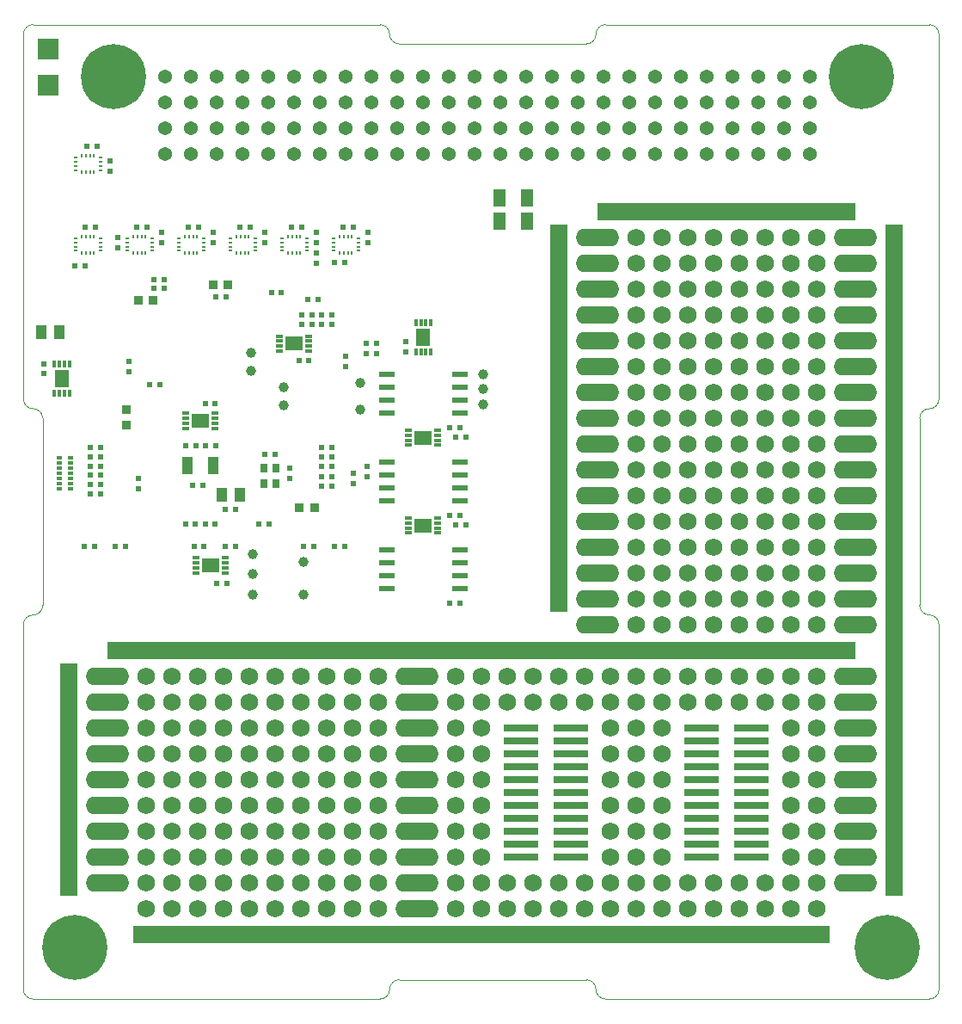
<source format=gbr>
G04 #@! TF.GenerationSoftware,KiCad,Pcbnew,(5.1.6)-1*
G04 #@! TF.CreationDate,2020-08-06T12:50:43+02:00*
G04 #@! TF.ProjectId,board_sierra,626f6172-645f-4736-9965-7272612e6b69,rev?*
G04 #@! TF.SameCoordinates,Original*
G04 #@! TF.FileFunction,Soldermask,Bot*
G04 #@! TF.FilePolarity,Negative*
%FSLAX46Y46*%
G04 Gerber Fmt 4.6, Leading zero omitted, Abs format (unit mm)*
G04 Created by KiCad (PCBNEW (5.1.6)-1) date 2020-08-06 12:50:43*
%MOMM*%
%LPD*%
G01*
G04 APERTURE LIST*
G04 #@! TA.AperFunction,Profile*
%ADD10C,0.100000*%
G04 #@! TD*
%ADD11R,3.500000X0.650000*%
%ADD12R,2.540000X1.750000*%
%ADD13R,1.750000X2.540000*%
%ADD14C,1.500000*%
%ADD15O,4.290000X1.750000*%
%ADD16C,1.750000*%
%ADD17R,1.600000X0.600000*%
%ADD18R,1.450000X1.750000*%
%ADD19R,0.300000X0.750000*%
%ADD20R,1.750000X1.450000*%
%ADD21R,0.750000X0.300000*%
%ADD22R,1.100000X1.400000*%
%ADD23R,0.950000X0.950000*%
%ADD24R,1.250000X1.750000*%
%ADD25C,6.400000*%
%ADD26C,0.800000*%
%ADD27C,1.000000*%
%ADD28R,2.000000X2.000000*%
%ADD29R,0.500000X0.600000*%
%ADD30R,0.600000X0.500000*%
%ADD31R,0.463000X0.225000*%
%ADD32R,0.225000X0.463000*%
%ADD33C,1.365000*%
%ADD34R,0.500000X0.300000*%
%ADD35R,0.800000X0.900000*%
%ADD36R,1.000000X1.800000*%
G04 APERTURE END LIST*
D10*
X137985500Y-43180000D02*
G75*
G03*
X138938000Y-42227500I0J952500D01*
G01*
X119570500Y-43180000D02*
X137985500Y-43180000D01*
X139890500Y-41275000D02*
X171767500Y-41275000D01*
X118618000Y-42227500D02*
G75*
G03*
X117665500Y-41275000I-952500J0D01*
G01*
X118618000Y-42227500D02*
G75*
G03*
X119570500Y-43180000I952500J0D01*
G01*
X83502500Y-41275000D02*
X117665500Y-41275000D01*
X139890500Y-41275000D02*
G75*
G03*
X138938000Y-42227500I0J-952500D01*
G01*
X139890500Y-137160000D02*
X171767500Y-137160000D01*
X119570500Y-135255000D02*
X137985500Y-135255000D01*
X83502500Y-137160000D02*
X117665500Y-137160000D01*
X139890500Y-137160000D02*
G75*
G02*
X138938000Y-136207500I0J952500D01*
G01*
X137985500Y-135255000D02*
G75*
G02*
X138938000Y-136207500I0J-952500D01*
G01*
X118618000Y-136207500D02*
G75*
G02*
X119570500Y-135255000I952500J0D01*
G01*
X118618000Y-136207500D02*
G75*
G02*
X117665500Y-137160000I-952500J0D01*
G01*
X171767500Y-79070200D02*
G75*
G03*
X170815000Y-80022700I0J-952500D01*
G01*
X172720000Y-42227500D02*
X172720000Y-78117700D01*
X170815000Y-80022700D02*
X170815000Y-98412300D01*
X172720000Y-100317300D02*
X172720000Y-136207500D01*
X170815000Y-98412300D02*
G75*
G03*
X171767500Y-99364800I952500J0D01*
G01*
X172720000Y-100317300D02*
G75*
G03*
X171767500Y-99364800I-952500J0D01*
G01*
X171767500Y-79070200D02*
G75*
G03*
X172720000Y-78117700I0J952500D01*
G01*
X172720000Y-136207500D02*
G75*
G02*
X171767500Y-137160000I-952500J0D01*
G01*
X171767500Y-41275000D02*
G75*
G02*
X172720000Y-42227500I0J-952500D01*
G01*
X82550000Y-100317300D02*
X82550000Y-136207500D01*
X82550000Y-42227500D02*
X82550000Y-78117700D01*
X82550000Y-42227500D02*
G75*
G02*
X83502500Y-41275000I952500J0D01*
G01*
X84455000Y-80022700D02*
X84455000Y-98412300D01*
X83502500Y-79070200D02*
G75*
G02*
X82550000Y-78117700I0J952500D01*
G01*
X83502500Y-79070200D02*
G75*
G02*
X84455000Y-80022700I0J-952500D01*
G01*
X84455000Y-98412300D02*
G75*
G02*
X83502500Y-99364800I-952500J0D01*
G01*
X82550000Y-100317300D02*
G75*
G02*
X83502500Y-99364800I952500J0D01*
G01*
X83502500Y-137160000D02*
G75*
G02*
X82550000Y-136207500I0J952500D01*
G01*
D11*
X136460000Y-118110000D03*
X136460000Y-116840000D03*
X131510000Y-114300000D03*
X131510000Y-119380000D03*
X136460000Y-121920000D03*
X136460000Y-123190000D03*
X136460000Y-114300000D03*
X136460000Y-119380000D03*
X131510000Y-118110000D03*
X136460000Y-120650000D03*
X131510000Y-123190000D03*
X136460000Y-115570000D03*
X131510000Y-116840000D03*
X136460000Y-110490000D03*
X131510000Y-121920000D03*
X131510000Y-113030000D03*
X136460000Y-111760000D03*
X131510000Y-120650000D03*
X131510000Y-115570000D03*
X136460000Y-113030000D03*
X131510000Y-111760000D03*
X131510000Y-110490000D03*
X149290000Y-119380000D03*
X154240000Y-123190000D03*
X149290000Y-114300000D03*
X154240000Y-118110000D03*
X154240000Y-121920000D03*
X154240000Y-116840000D03*
X154240000Y-119380000D03*
X154240000Y-114300000D03*
X154240000Y-120650000D03*
X149290000Y-123190000D03*
X154240000Y-115570000D03*
X149290000Y-116840000D03*
X154240000Y-110490000D03*
X149290000Y-113030000D03*
X149290000Y-115570000D03*
X154240000Y-113030000D03*
X149290000Y-111760000D03*
X149290000Y-121920000D03*
X154240000Y-111760000D03*
X149290000Y-110490000D03*
X149290000Y-120650000D03*
X149290000Y-118110000D03*
D12*
X163195000Y-59690000D03*
X140335000Y-59690000D03*
X158115000Y-59690000D03*
X160655000Y-59690000D03*
X145415000Y-59690000D03*
X147955000Y-59690000D03*
X150495000Y-59690000D03*
X153035000Y-59690000D03*
X155575000Y-59690000D03*
X142875000Y-59690000D03*
D13*
X168275000Y-64770000D03*
X135255000Y-64770000D03*
D14*
X140335000Y-64770000D03*
X137795000Y-64770000D03*
D15*
X139065000Y-64770000D03*
D16*
X150495000Y-64770000D03*
X142875000Y-64770000D03*
D14*
X163195000Y-64770000D03*
D16*
X155575000Y-64770000D03*
X160655000Y-64770000D03*
X147955000Y-64770000D03*
D14*
X165735000Y-64770000D03*
D16*
X153035000Y-64770000D03*
X145415000Y-64770000D03*
D15*
X164465000Y-64770000D03*
D16*
X158115000Y-64770000D03*
X137795000Y-128270000D03*
X137795000Y-107950000D03*
X137795000Y-105410000D03*
X137795000Y-125730000D03*
D14*
X120015000Y-125730000D03*
D15*
X121285000Y-125730000D03*
D14*
X122555000Y-125730000D03*
D16*
X150495000Y-128270000D03*
X145415000Y-128270000D03*
X160655000Y-128270000D03*
X94615000Y-128270000D03*
X155575000Y-128270000D03*
X147955000Y-128270000D03*
X158115000Y-128270000D03*
X135255000Y-128270000D03*
X140335000Y-128270000D03*
X142875000Y-128270000D03*
X153035000Y-128270000D03*
X132715000Y-128270000D03*
X107315000Y-128270000D03*
X104775000Y-128270000D03*
X112395000Y-128270000D03*
X127635000Y-128270000D03*
X97155000Y-128270000D03*
X130175000Y-128270000D03*
X117475000Y-128270000D03*
X102235000Y-128270000D03*
X109855000Y-128270000D03*
X99695000Y-128270000D03*
X125095000Y-128270000D03*
X114935000Y-128270000D03*
D12*
X92075000Y-102870000D03*
X163195000Y-102870000D03*
X158115000Y-102870000D03*
X160655000Y-102870000D03*
X142875000Y-102870000D03*
X155575000Y-102870000D03*
X135255000Y-102870000D03*
X132715000Y-102870000D03*
X137795000Y-102870000D03*
X145415000Y-102870000D03*
X150495000Y-102870000D03*
X153035000Y-102870000D03*
X147955000Y-102870000D03*
X140335000Y-102870000D03*
D14*
X122555000Y-118110000D03*
D15*
X121285000Y-118110000D03*
D14*
X120015000Y-118110000D03*
D15*
X121285000Y-107950000D03*
D14*
X122555000Y-107950000D03*
X122555000Y-105410000D03*
X120015000Y-107950000D03*
X122555000Y-115570000D03*
X122555000Y-113030000D03*
X120015000Y-120650000D03*
D15*
X121285000Y-123190000D03*
D14*
X122555000Y-120650000D03*
X120015000Y-113030000D03*
X120015000Y-123190000D03*
D15*
X121285000Y-115570000D03*
D14*
X120015000Y-115570000D03*
D15*
X121285000Y-105410000D03*
D14*
X120015000Y-110490000D03*
D15*
X121285000Y-120650000D03*
X121285000Y-113030000D03*
D14*
X122555000Y-110490000D03*
D15*
X121285000Y-110490000D03*
D14*
X120015000Y-105410000D03*
X122555000Y-123190000D03*
D15*
X121285000Y-128270000D03*
D14*
X120015000Y-128270000D03*
X122555000Y-128270000D03*
D13*
X86995000Y-107950000D03*
D15*
X90805000Y-107950000D03*
X90805000Y-105410000D03*
D14*
X92075000Y-105410000D03*
X89535000Y-105410000D03*
X89535000Y-107950000D03*
X92075000Y-107950000D03*
D16*
X117475000Y-107950000D03*
X132715000Y-105410000D03*
X135255000Y-107950000D03*
X125095000Y-105410000D03*
X117475000Y-105410000D03*
X125095000Y-107950000D03*
X132715000Y-107950000D03*
X135255000Y-105410000D03*
X102235000Y-105410000D03*
X97155000Y-107950000D03*
X104775000Y-107950000D03*
X102235000Y-107950000D03*
X130175000Y-107950000D03*
X127635000Y-107950000D03*
X104775000Y-105410000D03*
X94615000Y-105410000D03*
X94615000Y-107950000D03*
X97155000Y-105410000D03*
X127635000Y-105410000D03*
X99695000Y-107950000D03*
X130175000Y-105410000D03*
X99695000Y-105410000D03*
X114935000Y-105410000D03*
X112395000Y-107950000D03*
X107315000Y-107950000D03*
X114935000Y-107950000D03*
X109855000Y-107950000D03*
X112395000Y-105410000D03*
X109855000Y-105410000D03*
X107315000Y-105410000D03*
D13*
X86995000Y-105410000D03*
D14*
X140335000Y-95250000D03*
D15*
X139065000Y-95250000D03*
D14*
X137795000Y-95250000D03*
D15*
X139065000Y-97790000D03*
D14*
X140335000Y-97790000D03*
X137795000Y-97790000D03*
X137795000Y-100330000D03*
X140335000Y-100330000D03*
D15*
X139065000Y-100330000D03*
D14*
X137795000Y-87630000D03*
X140335000Y-87630000D03*
D15*
X139065000Y-85090000D03*
D14*
X140335000Y-85090000D03*
X137795000Y-85090000D03*
D15*
X139065000Y-90170000D03*
X139065000Y-87630000D03*
X139065000Y-92710000D03*
D14*
X137795000Y-92710000D03*
X140335000Y-90170000D03*
X140335000Y-92710000D03*
X137795000Y-90170000D03*
D13*
X135255000Y-97790000D03*
X135255000Y-95250000D03*
X135255000Y-72390000D03*
X135255000Y-90170000D03*
X135255000Y-82550000D03*
X135255000Y-69850000D03*
X135255000Y-77470000D03*
X135255000Y-74930000D03*
X135255000Y-62230000D03*
X135255000Y-67310000D03*
X135255000Y-87630000D03*
X135255000Y-85090000D03*
X135255000Y-92710000D03*
X135255000Y-80010000D03*
D14*
X140335000Y-74930000D03*
X137795000Y-74930000D03*
X137795000Y-82550000D03*
X140335000Y-82550000D03*
D15*
X139065000Y-80010000D03*
D14*
X140335000Y-77470000D03*
X137795000Y-77470000D03*
D15*
X139065000Y-77470000D03*
X139065000Y-82550000D03*
D14*
X140335000Y-80010000D03*
X137795000Y-80010000D03*
D15*
X139065000Y-74930000D03*
D14*
X137795000Y-69850000D03*
D15*
X139065000Y-67310000D03*
D14*
X140335000Y-72390000D03*
D15*
X139065000Y-69850000D03*
D14*
X137795000Y-67310000D03*
D15*
X139065000Y-72390000D03*
X139065000Y-62230000D03*
D14*
X140335000Y-69850000D03*
X137795000Y-72390000D03*
X140335000Y-62230000D03*
X140335000Y-67310000D03*
X137795000Y-62230000D03*
D12*
X158115000Y-130810000D03*
X160655000Y-130810000D03*
X94615000Y-130810000D03*
D13*
X86995000Y-123190000D03*
X86995000Y-118110000D03*
X86995000Y-115570000D03*
X86995000Y-125730000D03*
X86995000Y-110490000D03*
X86995000Y-120650000D03*
X86995000Y-113030000D03*
D15*
X90805000Y-123190000D03*
D14*
X89535000Y-125730000D03*
X92075000Y-123190000D03*
X89535000Y-123190000D03*
X92075000Y-125730000D03*
D15*
X90805000Y-125730000D03*
X90805000Y-113030000D03*
D14*
X89535000Y-120650000D03*
X89535000Y-113030000D03*
D15*
X90805000Y-120650000D03*
D14*
X89535000Y-115570000D03*
D15*
X90805000Y-118110000D03*
D14*
X89535000Y-118110000D03*
X92075000Y-113030000D03*
X92075000Y-115570000D03*
D15*
X90805000Y-115570000D03*
D14*
X92075000Y-120650000D03*
X92075000Y-118110000D03*
X89535000Y-110490000D03*
D15*
X90805000Y-110490000D03*
D14*
X92075000Y-110490000D03*
D15*
X164465000Y-125730000D03*
D14*
X163195000Y-123190000D03*
X163195000Y-125730000D03*
D15*
X164465000Y-123190000D03*
D14*
X165735000Y-125730000D03*
X165735000Y-123190000D03*
X163195000Y-120650000D03*
X163195000Y-115570000D03*
D15*
X164465000Y-118110000D03*
X164465000Y-120650000D03*
D14*
X163195000Y-118110000D03*
X165735000Y-115570000D03*
X163195000Y-113030000D03*
D15*
X164465000Y-115570000D03*
D14*
X165735000Y-120650000D03*
X165735000Y-118110000D03*
X165735000Y-113030000D03*
D15*
X164465000Y-113030000D03*
X164465000Y-107950000D03*
X164465000Y-110490000D03*
D14*
X165735000Y-105410000D03*
D15*
X164465000Y-105410000D03*
D14*
X165735000Y-107950000D03*
X163195000Y-110490000D03*
X163195000Y-107950000D03*
X165735000Y-110490000D03*
X163195000Y-105410000D03*
X165735000Y-95250000D03*
D15*
X164465000Y-97790000D03*
D14*
X163195000Y-92710000D03*
D15*
X164465000Y-95250000D03*
D14*
X165735000Y-97790000D03*
D15*
X164465000Y-92710000D03*
X164465000Y-100330000D03*
D14*
X163195000Y-95250000D03*
X165735000Y-92710000D03*
X163195000Y-100330000D03*
X163195000Y-97790000D03*
X165735000Y-100330000D03*
X163195000Y-90170000D03*
X165735000Y-90170000D03*
X165735000Y-82550000D03*
X163195000Y-82550000D03*
D15*
X164465000Y-85090000D03*
D14*
X163195000Y-87630000D03*
X165735000Y-87630000D03*
D15*
X164465000Y-87630000D03*
X164465000Y-82550000D03*
D14*
X163195000Y-85090000D03*
X165735000Y-85090000D03*
D15*
X164465000Y-90170000D03*
D14*
X165735000Y-77470000D03*
X163195000Y-77470000D03*
D15*
X164465000Y-80010000D03*
D14*
X163195000Y-80010000D03*
X165735000Y-80010000D03*
D15*
X164465000Y-74930000D03*
X164465000Y-77470000D03*
X164465000Y-72390000D03*
D14*
X165735000Y-72390000D03*
X163195000Y-74930000D03*
X163195000Y-72390000D03*
X165735000Y-74930000D03*
D15*
X164465000Y-69850000D03*
D14*
X163195000Y-69850000D03*
X165735000Y-69850000D03*
X165735000Y-67310000D03*
X163195000Y-67310000D03*
D15*
X164465000Y-67310000D03*
D14*
X163195000Y-62230000D03*
X165735000Y-62230000D03*
D15*
X164465000Y-62230000D03*
D16*
X155575000Y-62230000D03*
X147955000Y-62230000D03*
X145415000Y-62230000D03*
X145415000Y-67310000D03*
X158115000Y-67310000D03*
X147955000Y-67310000D03*
X155575000Y-67310000D03*
X142875000Y-62230000D03*
X158115000Y-62230000D03*
X160655000Y-67310000D03*
X142875000Y-67310000D03*
X153035000Y-67310000D03*
X153035000Y-62230000D03*
X150495000Y-67310000D03*
X150495000Y-62230000D03*
X160655000Y-62230000D03*
X145415000Y-80010000D03*
X160655000Y-85090000D03*
X145415000Y-72390000D03*
X142875000Y-69850000D03*
X142875000Y-77470000D03*
X142875000Y-74930000D03*
X155575000Y-85090000D03*
X142875000Y-82550000D03*
X145415000Y-74930000D03*
X147955000Y-74930000D03*
X142875000Y-72390000D03*
X158115000Y-80010000D03*
X147955000Y-85090000D03*
X145415000Y-87630000D03*
X147955000Y-69850000D03*
X147955000Y-77470000D03*
X145415000Y-69850000D03*
X147955000Y-72390000D03*
X145415000Y-77470000D03*
X145415000Y-85090000D03*
X147955000Y-87630000D03*
X155575000Y-87630000D03*
X142875000Y-85090000D03*
X142875000Y-80010000D03*
X155575000Y-82550000D03*
X147955000Y-80010000D03*
X150495000Y-87630000D03*
X150495000Y-74930000D03*
X160655000Y-72390000D03*
X155575000Y-77470000D03*
X160655000Y-74930000D03*
X153035000Y-74930000D03*
X160655000Y-87630000D03*
X155575000Y-74930000D03*
X158115000Y-82550000D03*
X147955000Y-82550000D03*
X150495000Y-82550000D03*
X153035000Y-80010000D03*
X160655000Y-77470000D03*
X155575000Y-72390000D03*
X150495000Y-72390000D03*
X153035000Y-77470000D03*
X150495000Y-80010000D03*
X160655000Y-82550000D03*
X158115000Y-77470000D03*
X153035000Y-72390000D03*
X158115000Y-74930000D03*
X153035000Y-69850000D03*
X142875000Y-87630000D03*
X158115000Y-72390000D03*
X145415000Y-82550000D03*
X153035000Y-82550000D03*
X150495000Y-77470000D03*
X158115000Y-87630000D03*
X158115000Y-85090000D03*
X153035000Y-85090000D03*
X160655000Y-80010000D03*
X153035000Y-87630000D03*
X155575000Y-80010000D03*
X160655000Y-69850000D03*
X150495000Y-85090000D03*
X155575000Y-69850000D03*
X150495000Y-69850000D03*
X158115000Y-69850000D03*
X145415000Y-92710000D03*
X147955000Y-92710000D03*
X142875000Y-95250000D03*
X147955000Y-95250000D03*
X147955000Y-90170000D03*
X147955000Y-97790000D03*
X142875000Y-90170000D03*
X142875000Y-97790000D03*
X145415000Y-90170000D03*
X142875000Y-92710000D03*
X145415000Y-97790000D03*
X145415000Y-95250000D03*
X158115000Y-100330000D03*
X147955000Y-105410000D03*
X145415000Y-100330000D03*
X155575000Y-107950000D03*
X155575000Y-105410000D03*
X142875000Y-105410000D03*
X142875000Y-100330000D03*
X145415000Y-107950000D03*
X160655000Y-105410000D03*
X145415000Y-105410000D03*
X140335000Y-105410000D03*
X140335000Y-107950000D03*
X147955000Y-107950000D03*
X155575000Y-100330000D03*
X150495000Y-105410000D03*
X147955000Y-100330000D03*
X142875000Y-107950000D03*
X153035000Y-100330000D03*
X160655000Y-107950000D03*
X150495000Y-100330000D03*
X153035000Y-107950000D03*
X150495000Y-107950000D03*
X158115000Y-105410000D03*
X158115000Y-107950000D03*
X153035000Y-105410000D03*
X160655000Y-90170000D03*
X160655000Y-100330000D03*
X160655000Y-95250000D03*
X160655000Y-97790000D03*
X158115000Y-97790000D03*
X153035000Y-92710000D03*
X150495000Y-92710000D03*
X158115000Y-92710000D03*
X160655000Y-92710000D03*
X158115000Y-95250000D03*
X155575000Y-92710000D03*
X153035000Y-90170000D03*
X153035000Y-97790000D03*
X155575000Y-97790000D03*
X155575000Y-95250000D03*
X150495000Y-97790000D03*
X150495000Y-95250000D03*
X153035000Y-95250000D03*
X155575000Y-90170000D03*
X150495000Y-90170000D03*
X158115000Y-90170000D03*
X112395000Y-113030000D03*
X114935000Y-113030000D03*
X109855000Y-115570000D03*
X107315000Y-115570000D03*
X114935000Y-115570000D03*
X107315000Y-113030000D03*
X114935000Y-110490000D03*
X114935000Y-118110000D03*
X109855000Y-110490000D03*
X107315000Y-118110000D03*
X109855000Y-118110000D03*
X112395000Y-110490000D03*
X109855000Y-113030000D03*
X107315000Y-110490000D03*
X112395000Y-118110000D03*
X112395000Y-115570000D03*
X145415000Y-118110000D03*
X145415000Y-110490000D03*
X140335000Y-113030000D03*
X145415000Y-115570000D03*
X145415000Y-113030000D03*
X140335000Y-118110000D03*
X140335000Y-110490000D03*
X142875000Y-110490000D03*
X140335000Y-115570000D03*
X142875000Y-113030000D03*
X142875000Y-118110000D03*
X142875000Y-115570000D03*
X160655000Y-125730000D03*
X158115000Y-125730000D03*
X94615000Y-125730000D03*
X145415000Y-120650000D03*
X135255000Y-125730000D03*
X140335000Y-123190000D03*
X142875000Y-125730000D03*
X145415000Y-123190000D03*
X145415000Y-125730000D03*
X142875000Y-120650000D03*
X155575000Y-125730000D03*
X132715000Y-125730000D03*
X153035000Y-125730000D03*
X142875000Y-123190000D03*
X140335000Y-120650000D03*
X140335000Y-125730000D03*
X147955000Y-125730000D03*
X150495000Y-125730000D03*
X97155000Y-123190000D03*
X109855000Y-123190000D03*
X114935000Y-125730000D03*
X114935000Y-120650000D03*
X99695000Y-125730000D03*
X127635000Y-120650000D03*
X114935000Y-123190000D03*
X112395000Y-125730000D03*
X125095000Y-123190000D03*
X127635000Y-123190000D03*
X97155000Y-125730000D03*
X127635000Y-125730000D03*
X107315000Y-125730000D03*
X125095000Y-120650000D03*
X99695000Y-120650000D03*
X117475000Y-125730000D03*
X107315000Y-120650000D03*
X109855000Y-120650000D03*
X117475000Y-123190000D03*
X112395000Y-120650000D03*
X125095000Y-125730000D03*
X130175000Y-125730000D03*
X102235000Y-123190000D03*
X109855000Y-125730000D03*
X107315000Y-123190000D03*
X104775000Y-125730000D03*
X117475000Y-120650000D03*
X104775000Y-120650000D03*
X102235000Y-125730000D03*
X112395000Y-123190000D03*
X99695000Y-123190000D03*
X97155000Y-120650000D03*
X102235000Y-120650000D03*
X104775000Y-123190000D03*
X158115000Y-115570000D03*
X158115000Y-123190000D03*
X94615000Y-120650000D03*
X94615000Y-123190000D03*
X158115000Y-118110000D03*
X160655000Y-113030000D03*
X160655000Y-118110000D03*
X160655000Y-123190000D03*
X158115000Y-120650000D03*
X158115000Y-110490000D03*
X160655000Y-110490000D03*
X160655000Y-115570000D03*
X158115000Y-113030000D03*
X160655000Y-120650000D03*
X125095000Y-118110000D03*
X117475000Y-118110000D03*
X117475000Y-115570000D03*
X125095000Y-115570000D03*
X117475000Y-110490000D03*
X125095000Y-110490000D03*
X125095000Y-113030000D03*
X117475000Y-113030000D03*
X127635000Y-110490000D03*
X127635000Y-115570000D03*
X127635000Y-118110000D03*
X127635000Y-113030000D03*
X99695000Y-118110000D03*
X97155000Y-118110000D03*
X97155000Y-115570000D03*
X99695000Y-115570000D03*
X97155000Y-110490000D03*
X99695000Y-110490000D03*
X99695000Y-113030000D03*
X97155000Y-113030000D03*
X104775000Y-110490000D03*
X104775000Y-118110000D03*
X102235000Y-110490000D03*
X104775000Y-115570000D03*
X102235000Y-115570000D03*
X104775000Y-113030000D03*
X102235000Y-118110000D03*
X102235000Y-113030000D03*
X94615000Y-118110000D03*
X94615000Y-115570000D03*
X94615000Y-110490000D03*
X94615000Y-113030000D03*
D12*
X94615000Y-102870000D03*
X97155000Y-102870000D03*
X99695000Y-102870000D03*
X102235000Y-102870000D03*
X97155000Y-130810000D03*
X99695000Y-130810000D03*
X107315000Y-102870000D03*
X112395000Y-102870000D03*
X114935000Y-102870000D03*
X104775000Y-102870000D03*
X109855000Y-102870000D03*
D13*
X168275000Y-62230000D03*
X168275000Y-67310000D03*
X168275000Y-69850000D03*
X168275000Y-72390000D03*
D12*
X120015000Y-102870000D03*
D13*
X168275000Y-74930000D03*
D12*
X117475000Y-102870000D03*
D13*
X168275000Y-82550000D03*
D12*
X127635000Y-102870000D03*
D13*
X168275000Y-80010000D03*
D12*
X125095000Y-102870000D03*
D13*
X168275000Y-85090000D03*
X168275000Y-77470000D03*
D12*
X122555000Y-102870000D03*
D13*
X168275000Y-95250000D03*
X168275000Y-87630000D03*
D12*
X130175000Y-102870000D03*
D13*
X168275000Y-97790000D03*
X168275000Y-92710000D03*
X168275000Y-90170000D03*
X168275000Y-102870000D03*
X168275000Y-100330000D03*
X168275000Y-110490000D03*
X168275000Y-107950000D03*
X168275000Y-105410000D03*
X168275000Y-115570000D03*
X168275000Y-113030000D03*
X168275000Y-123190000D03*
X168275000Y-118110000D03*
X168275000Y-120650000D03*
X168275000Y-125730000D03*
D12*
X107315000Y-130810000D03*
X102235000Y-130810000D03*
X104775000Y-130810000D03*
X114935000Y-130810000D03*
X109855000Y-130810000D03*
X112395000Y-130810000D03*
X122555000Y-130810000D03*
X117475000Y-130810000D03*
X120015000Y-130810000D03*
X130175000Y-130810000D03*
X125095000Y-130810000D03*
X127635000Y-130810000D03*
X137795000Y-130810000D03*
X135255000Y-130810000D03*
X132715000Y-130810000D03*
X153035000Y-130810000D03*
X147955000Y-130810000D03*
X140335000Y-130810000D03*
X145415000Y-130810000D03*
X142875000Y-130810000D03*
X150495000Y-130810000D03*
X155575000Y-130810000D03*
D17*
X118320000Y-75692000D03*
X118320000Y-78232000D03*
X125520000Y-79502000D03*
X125520000Y-78232000D03*
X118320000Y-79502000D03*
X125520000Y-75692000D03*
X125520000Y-76962000D03*
X118320000Y-76962000D03*
X118320000Y-92964000D03*
X118320000Y-95504000D03*
X125520000Y-96774000D03*
X125520000Y-95504000D03*
X118320000Y-96774000D03*
X125520000Y-92964000D03*
X125520000Y-94234000D03*
X118320000Y-94234000D03*
X118320000Y-84328000D03*
X118320000Y-86868000D03*
X125520000Y-88138000D03*
X125520000Y-86868000D03*
X118320000Y-88138000D03*
X125520000Y-84328000D03*
X125520000Y-85598000D03*
X118320000Y-85598000D03*
D18*
X86320000Y-76080000D03*
D19*
X87070000Y-74630000D03*
X86570000Y-74630000D03*
X86070000Y-74630000D03*
X85570000Y-74630000D03*
X85570000Y-77530000D03*
X86070000Y-77530000D03*
X86570000Y-77530000D03*
X87070000Y-77530000D03*
D20*
X121920000Y-81915000D03*
D21*
X123370000Y-82665000D03*
X123370000Y-82165000D03*
X123370000Y-81665000D03*
X123370000Y-81165000D03*
X120470000Y-81165000D03*
X120470000Y-81665000D03*
X120470000Y-82165000D03*
X120470000Y-82665000D03*
D18*
X121940000Y-72020000D03*
D19*
X121190000Y-73470000D03*
X121690000Y-73470000D03*
X122190000Y-73470000D03*
X122690000Y-73470000D03*
X122690000Y-70570000D03*
X122190000Y-70570000D03*
X121690000Y-70570000D03*
X121190000Y-70570000D03*
D20*
X109220000Y-72670000D03*
D21*
X110670000Y-73420000D03*
X110670000Y-72920000D03*
X110670000Y-72420000D03*
X110670000Y-71920000D03*
X107770000Y-71920000D03*
X107770000Y-72420000D03*
X107770000Y-72920000D03*
X107770000Y-73420000D03*
D20*
X121920000Y-90551000D03*
D21*
X123370000Y-91301000D03*
X123370000Y-90801000D03*
X123370000Y-90301000D03*
X123370000Y-89801000D03*
X120470000Y-89801000D03*
X120470000Y-90301000D03*
X120470000Y-90801000D03*
X120470000Y-91301000D03*
D20*
X99990000Y-80270000D03*
D21*
X101440000Y-81020000D03*
X101440000Y-80520000D03*
X101440000Y-80020000D03*
X101440000Y-79520000D03*
X98540000Y-79520000D03*
X98540000Y-80020000D03*
X98540000Y-80520000D03*
X98540000Y-81020000D03*
D20*
X100965000Y-94488000D03*
D21*
X102415000Y-95238000D03*
X102415000Y-94738000D03*
X102415000Y-94238000D03*
X102415000Y-93738000D03*
X99515000Y-93738000D03*
X99515000Y-94238000D03*
X99515000Y-94738000D03*
X99515000Y-95238000D03*
D22*
X84325000Y-71580000D03*
X86075000Y-71580000D03*
D23*
X93845000Y-68430000D03*
X95295000Y-68430000D03*
X109745000Y-88840000D03*
X111195000Y-88840000D03*
D22*
X102085000Y-87570000D03*
X103835000Y-87570000D03*
D23*
X102695000Y-66920000D03*
X101245000Y-66920000D03*
X92650000Y-79195000D03*
X92650000Y-80645000D03*
D24*
X129425000Y-60610000D03*
X132175000Y-60610000D03*
X129425000Y-58360000D03*
X132175000Y-58360000D03*
D25*
X91440000Y-46355000D03*
D26*
X93840000Y-46355000D03*
X93137056Y-48052056D03*
X91440000Y-48755000D03*
X89742944Y-48052056D03*
X89040000Y-46355000D03*
X89742944Y-44657944D03*
X91440000Y-43955000D03*
X93137056Y-44657944D03*
D25*
X167640000Y-132080000D03*
D26*
X170040000Y-132080000D03*
X169337056Y-133777056D03*
X167640000Y-134480000D03*
X165942944Y-133777056D03*
X165240000Y-132080000D03*
X165942944Y-130382944D03*
X167640000Y-129680000D03*
X169337056Y-130382944D03*
D25*
X87630000Y-132080000D03*
D26*
X90030000Y-132080000D03*
X89327056Y-133777056D03*
X87630000Y-134480000D03*
X85932944Y-133777056D03*
X85230000Y-132080000D03*
X85932944Y-130382944D03*
X87630000Y-129680000D03*
X89327056Y-130382944D03*
D25*
X165100000Y-46355000D03*
D26*
X167500000Y-46355000D03*
X166797056Y-48052056D03*
X165100000Y-48755000D03*
X163402944Y-48052056D03*
X162700000Y-46355000D03*
X163402944Y-44657944D03*
X165100000Y-43955000D03*
X166797056Y-44657944D03*
D27*
X108150000Y-78760000D03*
X108150000Y-76960000D03*
X127800000Y-78610000D03*
X115750000Y-76560000D03*
X115750000Y-79160000D03*
X127800000Y-75690000D03*
X127800000Y-77150000D03*
X105150000Y-93360000D03*
X105150000Y-95360000D03*
X110150000Y-94160000D03*
X105150000Y-97360000D03*
X110150000Y-97360000D03*
X104950000Y-75360000D03*
X104950000Y-73560000D03*
D28*
X85000000Y-47220000D03*
X85000000Y-43720000D03*
D29*
X117350000Y-72670000D03*
X116350000Y-72670000D03*
X117350000Y-73660000D03*
X116350000Y-73660000D03*
X102460000Y-88970000D03*
X103460000Y-88970000D03*
X90120000Y-83810000D03*
X89120000Y-83810000D03*
X102470000Y-68100000D03*
X101470000Y-68100000D03*
X111580000Y-68360000D03*
X110580000Y-68360000D03*
D30*
X116410000Y-84750000D03*
X116410000Y-85750000D03*
D29*
X106720000Y-90410000D03*
X105720000Y-90410000D03*
X96010000Y-76670000D03*
X95010000Y-76670000D03*
D30*
X93860000Y-86920000D03*
X93860000Y-85920000D03*
D29*
X95430000Y-66350000D03*
X96430000Y-66350000D03*
X95430000Y-67250000D03*
X96430000Y-67250000D03*
D30*
X92920000Y-74420000D03*
X92920000Y-75420000D03*
X111370000Y-63762000D03*
X111370000Y-64762000D03*
D29*
X114200000Y-64680000D03*
X113200000Y-64680000D03*
D30*
X91830000Y-62230000D03*
X91830000Y-63230000D03*
X91050000Y-55690000D03*
X91050000Y-54690000D03*
X101210000Y-61730000D03*
X101210000Y-62730000D03*
D29*
X99760000Y-61180000D03*
X98760000Y-61180000D03*
D31*
X100278500Y-63530000D03*
X100278500Y-63130000D03*
X100278500Y-62730000D03*
X100278500Y-62330000D03*
D32*
X99660000Y-62111500D03*
X99260000Y-62111500D03*
X98860000Y-62111500D03*
X98460000Y-62111500D03*
D31*
X97841500Y-62330000D03*
X97841500Y-62730000D03*
X97841500Y-63130000D03*
X97841500Y-63530000D03*
D32*
X98460000Y-63748500D03*
X98860000Y-63748500D03*
X99260000Y-63748500D03*
X99660000Y-63748500D03*
D33*
X160020000Y-46355000D03*
X160020000Y-48895000D03*
X157480000Y-46355000D03*
X157480000Y-48895000D03*
X154940000Y-46355000D03*
X154940000Y-48895000D03*
X152400000Y-46355000D03*
X152400000Y-48895000D03*
X149860000Y-46355000D03*
X149860000Y-48895000D03*
X147320000Y-46355000D03*
X147320000Y-48895000D03*
X144780000Y-46355000D03*
X144780000Y-48895000D03*
X142240000Y-46355000D03*
X142240000Y-48895000D03*
X139700000Y-46355000D03*
X139700000Y-48895000D03*
X137160000Y-46355000D03*
X137160000Y-48895000D03*
X134620000Y-46355000D03*
X134620000Y-48895000D03*
X132080000Y-46355000D03*
X132080000Y-48895000D03*
X129540000Y-46355000D03*
X129540000Y-48895000D03*
X127000000Y-46355000D03*
X127000000Y-48895000D03*
X124460000Y-46355000D03*
X124460000Y-48895000D03*
X121920000Y-46355000D03*
X121920000Y-48895000D03*
X119380000Y-46355000D03*
X119380000Y-48895000D03*
X116840000Y-46355000D03*
X116840000Y-48895000D03*
X114300000Y-46355000D03*
X114300000Y-48895000D03*
X111760000Y-46355000D03*
X111760000Y-48895000D03*
X109220000Y-46355000D03*
X109220000Y-48895000D03*
X106680000Y-46355000D03*
X106680000Y-48895000D03*
X104140000Y-46355000D03*
X104140000Y-48895000D03*
X101600000Y-46355000D03*
X101600000Y-48895000D03*
X99060000Y-46355000D03*
X99060000Y-48895000D03*
X96520000Y-46355000D03*
X96520000Y-48895000D03*
X160020000Y-51435000D03*
X160020000Y-53975000D03*
X157480000Y-51435000D03*
X157480000Y-53975000D03*
X154940000Y-51435000D03*
X154940000Y-53975000D03*
X152400000Y-51435000D03*
X152400000Y-53975000D03*
X149860000Y-51435000D03*
X149860000Y-53975000D03*
X147320000Y-51435000D03*
X147320000Y-53975000D03*
X144780000Y-51435000D03*
X144780000Y-53975000D03*
X142240000Y-51435000D03*
X142240000Y-53975000D03*
X139700000Y-51435000D03*
X139700000Y-53975000D03*
X137160000Y-51435000D03*
X137160000Y-53975000D03*
X134620000Y-51435000D03*
X134620000Y-53975000D03*
X132080000Y-51435000D03*
X132080000Y-53975000D03*
X129540000Y-51435000D03*
X129540000Y-53975000D03*
X127000000Y-51435000D03*
X127000000Y-53975000D03*
X124460000Y-51435000D03*
X124460000Y-53975000D03*
X121920000Y-51435000D03*
X121920000Y-53975000D03*
X119380000Y-51435000D03*
X119380000Y-53975000D03*
X116840000Y-51435000D03*
X116840000Y-53975000D03*
X114300000Y-51435000D03*
X114300000Y-53975000D03*
X111760000Y-51435000D03*
X111760000Y-53975000D03*
X109220000Y-51435000D03*
X109220000Y-53975000D03*
X106680000Y-51435000D03*
X106680000Y-53975000D03*
X104140000Y-51435000D03*
X104140000Y-53975000D03*
X101600000Y-51435000D03*
X101600000Y-53975000D03*
X99060000Y-51435000D03*
X99060000Y-53975000D03*
X96520000Y-51435000D03*
X96520000Y-53975000D03*
D29*
X107320000Y-83540000D03*
X106320000Y-83540000D03*
X100466000Y-82692000D03*
X101466000Y-82692000D03*
X112920000Y-70780000D03*
X111920000Y-70780000D03*
X112920000Y-69820000D03*
X111920000Y-69820000D03*
X109970000Y-69820000D03*
X110970000Y-69820000D03*
X109970000Y-70780000D03*
X110970000Y-70780000D03*
X90120000Y-87420000D03*
X89120000Y-87420000D03*
X90120000Y-86510000D03*
X89120000Y-86510000D03*
X90120000Y-85610000D03*
X89120000Y-85610000D03*
X90120000Y-84710000D03*
X89120000Y-84710000D03*
X90120000Y-82910000D03*
X89120000Y-82910000D03*
D34*
X87215000Y-83920000D03*
X87215000Y-84420000D03*
X87215000Y-84920000D03*
X87215000Y-85420000D03*
X87215000Y-85920000D03*
X87215000Y-86420000D03*
X87215000Y-86920000D03*
X86065000Y-86920000D03*
X86065000Y-86420000D03*
X86065000Y-85920000D03*
X86065000Y-85420000D03*
X86065000Y-84920000D03*
X86065000Y-84420000D03*
X86065000Y-83920000D03*
D29*
X112930000Y-84770000D03*
X111930000Y-84770000D03*
X112930000Y-83830000D03*
X111930000Y-83830000D03*
D35*
X107420000Y-84940000D03*
X107420000Y-86440000D03*
X106220000Y-86440000D03*
X106220000Y-84940000D03*
D36*
X101271000Y-84632000D03*
X98721000Y-84632000D03*
D30*
X96130000Y-61730000D03*
X96130000Y-62730000D03*
D29*
X99490000Y-90410000D03*
X98490000Y-90410000D03*
X100440000Y-90410000D03*
X101440000Y-90410000D03*
D30*
X106290000Y-61730000D03*
X106290000Y-62730000D03*
D29*
X110140000Y-92580000D03*
X111140000Y-92580000D03*
X99340000Y-92580000D03*
X100340000Y-92580000D03*
X88550000Y-92580000D03*
X89550000Y-92580000D03*
D30*
X111370000Y-61730000D03*
X111370000Y-62730000D03*
D29*
X112930000Y-86670000D03*
X111930000Y-86670000D03*
X112930000Y-85720000D03*
X111930000Y-85720000D03*
X112930000Y-82880000D03*
X111930000Y-82880000D03*
D30*
X108770000Y-84940000D03*
X108770000Y-85940000D03*
D29*
X99216000Y-86572000D03*
X100216000Y-86572000D03*
D30*
X116450000Y-61730000D03*
X116450000Y-62730000D03*
D29*
X88650000Y-65000000D03*
X87650000Y-65000000D03*
X94680000Y-61180000D03*
X93680000Y-61180000D03*
D30*
X84570000Y-74630000D03*
X84570000Y-75630000D03*
D29*
X125120000Y-81870000D03*
X126120000Y-81870000D03*
D30*
X120190000Y-73470000D03*
X120190000Y-72470000D03*
D29*
X109670000Y-74370000D03*
X110670000Y-74370000D03*
X125120000Y-90510000D03*
X126120000Y-90510000D03*
X101440000Y-78570000D03*
X100440000Y-78570000D03*
X102590000Y-96230000D03*
X101590000Y-96230000D03*
X104840000Y-61180000D03*
X103840000Y-61180000D03*
X114220000Y-92580000D03*
X113220000Y-92580000D03*
X103410000Y-92580000D03*
X102410000Y-92580000D03*
X92630000Y-92580000D03*
X91630000Y-92580000D03*
X109920000Y-61180000D03*
X108920000Y-61180000D03*
X125530000Y-98240000D03*
X124530000Y-98240000D03*
X125530000Y-89610000D03*
X124530000Y-89610000D03*
X125520000Y-80970000D03*
X124520000Y-80970000D03*
X98516000Y-82692000D03*
X99516000Y-82692000D03*
X115000000Y-61180000D03*
X114000000Y-61180000D03*
D30*
X115010000Y-86420000D03*
X115010000Y-85420000D03*
X114240000Y-74920000D03*
X114240000Y-73920000D03*
D29*
X107970000Y-67640000D03*
X106970000Y-67640000D03*
X89800000Y-53240000D03*
X88800000Y-53240000D03*
X89600000Y-61180000D03*
X88600000Y-61180000D03*
D31*
X95198500Y-63530000D03*
X95198500Y-63130000D03*
X95198500Y-62730000D03*
X95198500Y-62330000D03*
D32*
X94580000Y-62111500D03*
X94180000Y-62111500D03*
X93780000Y-62111500D03*
X93380000Y-62111500D03*
D31*
X92761500Y-62330000D03*
X92761500Y-62730000D03*
X92761500Y-63130000D03*
X92761500Y-63530000D03*
D32*
X93380000Y-63748500D03*
X93780000Y-63748500D03*
X94180000Y-63748500D03*
X94580000Y-63748500D03*
D31*
X105358500Y-63530000D03*
X105358500Y-63130000D03*
X105358500Y-62730000D03*
X105358500Y-62330000D03*
D32*
X104740000Y-62111500D03*
X104340000Y-62111500D03*
X103940000Y-62111500D03*
X103540000Y-62111500D03*
D31*
X102921500Y-62330000D03*
X102921500Y-62730000D03*
X102921500Y-63130000D03*
X102921500Y-63530000D03*
D32*
X103540000Y-63748500D03*
X103940000Y-63748500D03*
X104340000Y-63748500D03*
X104740000Y-63748500D03*
D31*
X110438500Y-63530000D03*
X110438500Y-63130000D03*
X110438500Y-62730000D03*
X110438500Y-62330000D03*
D32*
X109820000Y-62111500D03*
X109420000Y-62111500D03*
X109020000Y-62111500D03*
X108620000Y-62111500D03*
D31*
X108001500Y-62330000D03*
X108001500Y-62730000D03*
X108001500Y-63130000D03*
X108001500Y-63530000D03*
D32*
X108620000Y-63748500D03*
X109020000Y-63748500D03*
X109420000Y-63748500D03*
X109820000Y-63748500D03*
D31*
X115518500Y-63530000D03*
X115518500Y-63130000D03*
X115518500Y-62730000D03*
X115518500Y-62330000D03*
D32*
X114900000Y-62111500D03*
X114500000Y-62111500D03*
X114100000Y-62111500D03*
X113700000Y-62111500D03*
D31*
X113081500Y-62330000D03*
X113081500Y-62730000D03*
X113081500Y-63130000D03*
X113081500Y-63530000D03*
D32*
X113700000Y-63748500D03*
X114100000Y-63748500D03*
X114500000Y-63748500D03*
X114900000Y-63748500D03*
D31*
X90118500Y-55590000D03*
X90118500Y-55190000D03*
X90118500Y-54790000D03*
X90118500Y-54390000D03*
D32*
X89500000Y-54171500D03*
X89100000Y-54171500D03*
X88700000Y-54171500D03*
X88300000Y-54171500D03*
D31*
X87681500Y-54390000D03*
X87681500Y-54790000D03*
X87681500Y-55190000D03*
X87681500Y-55590000D03*
D32*
X88300000Y-55808500D03*
X88700000Y-55808500D03*
X89100000Y-55808500D03*
X89500000Y-55808500D03*
D31*
X90118500Y-63530000D03*
X90118500Y-63130000D03*
X90118500Y-62730000D03*
X90118500Y-62330000D03*
D32*
X89500000Y-62111500D03*
X89100000Y-62111500D03*
X88700000Y-62111500D03*
X88300000Y-62111500D03*
D31*
X87681500Y-62330000D03*
X87681500Y-62730000D03*
X87681500Y-63130000D03*
X87681500Y-63530000D03*
D32*
X88300000Y-63748500D03*
X88700000Y-63748500D03*
X89100000Y-63748500D03*
X89500000Y-63748500D03*
M02*

</source>
